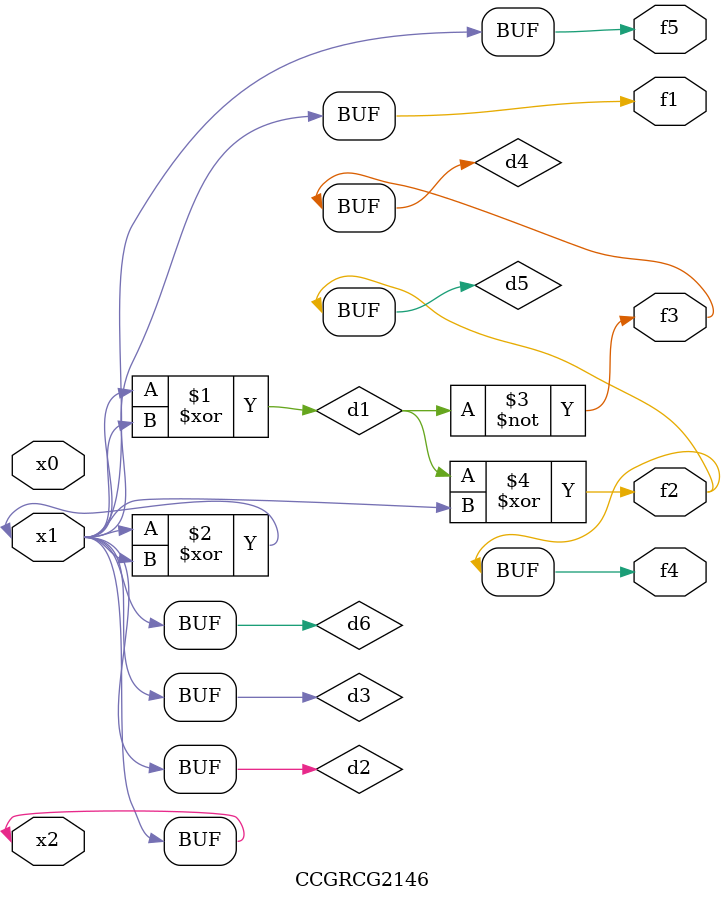
<source format=v>
module CCGRCG2146(
	input x0, x1, x2,
	output f1, f2, f3, f4, f5
);

	wire d1, d2, d3, d4, d5, d6;

	xor (d1, x1, x2);
	buf (d2, x1, x2);
	xor (d3, x1, x2);
	nor (d4, d1);
	xor (d5, d1, d2);
	buf (d6, d2, d3);
	assign f1 = d6;
	assign f2 = d5;
	assign f3 = d4;
	assign f4 = d5;
	assign f5 = d6;
endmodule

</source>
